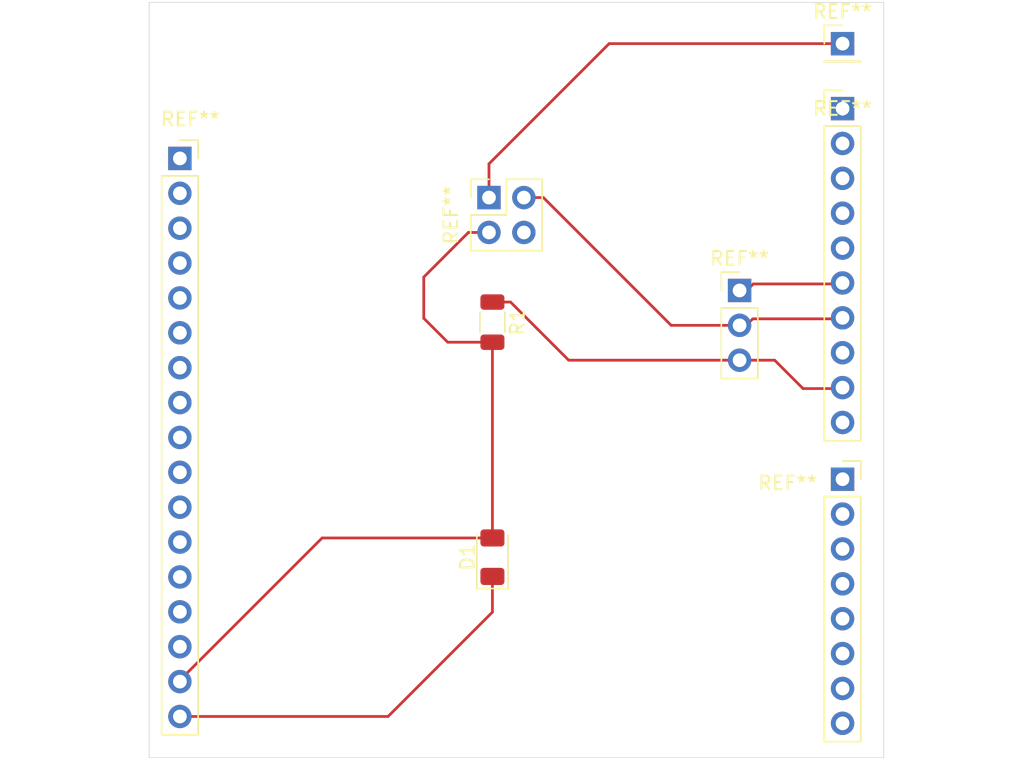
<source format=kicad_pcb>
(kicad_pcb (version 20240108) (generator "pcbnew") (generator_version "8.0")
  (layers (0 "F.Cu" signal) (31 "B.Cu" signal) (34 "B.Paste" user) (35 "F.Paste" user) (36 "B.SilkS" user "B.Silkscreen") (37 "F.SilkS" user "F.Silkscreen") (38 "B.Mask" user) (39 "F.Mask" user) (44 "Edge.Cuts" user))
  (net 0 "")
  (net 1 "ADC")
  (net 2 "GND")
  (net 3 "INPUT")
  (net 4 "DAC_OUT")
  (net 5 "OPAMP_IN")
  (footprint "Connector_PinHeader_2.54mm:PinHeader_1x01_P2.54mm_Vertical" (layer "F.Cu") (at 153 51)
    (property "Reference" "REF**" (at 0 -2.33 0) (layer "F.SilkS"))
    (property "Value" "PinHeader_1x01_P2.54mm_Vertical")
    (fp_line (start -1.33 -1.33) (end 0 -1.33) (stroke (width 0.12)) (layer "F.SilkS"))
    (fp_line (start -1.33 0) (end -1.33 -1.33) (stroke (width 0.12)) (layer "F.SilkS"))
    (fp_line (start -1.33 1.27) (end -1.33 1.33) (stroke (width 0.12)) (layer "F.SilkS"))
    (fp_line (start -1.33 1.27) (end 1.33 1.27) (stroke (width 0.12)) (layer "F.SilkS"))
    (fp_line (start -1.33 1.33) (end 1.33 1.33) (stroke (width 0.12)) (layer "F.SilkS"))
    (fp_line (start 1.33 1.27) (end 1.33 1.33) (stroke (width 0.12)) (layer "F.SilkS"))
    (pad "1" thru_hole rect (at 0 0) (size 1.7 1.7) (drill 1) (layers "*.Cu" "*.Mask") (net 4 "DAC_OUT"))
  )
  (footprint "Connector_PinHeader_2.54mm:PinHeader_1x10_P2.54mm_Vertical" (layer "F.Cu") (at 153 55.73)
    (property "Reference" "REF**" (at 0 0 0) (layer "F.SilkS"))
    (property "Value" "PinHeader_1x10_P2.54mm_Vertical")
    (fp_line (start -1.33 -1.33) (end 0 -1.33) (stroke (width 0.12)) (layer "F.SilkS"))
    (fp_line (start -1.33 0) (end -1.33 -1.33) (stroke (width 0.12)) (layer "F.SilkS"))
    (fp_line (start -1.33 1.27) (end -1.33 24.19) (stroke (width 0.12)) (layer "F.SilkS"))
    (fp_line (start -1.33 1.27) (end 1.33 1.27) (stroke (width 0.12)) (layer "F.SilkS"))
    (fp_line (start -1.33 24.19) (end 1.33 24.19) (stroke (width 0.12)) (layer "F.SilkS"))
    (fp_line (start 1.33 1.27) (end 1.33 24.19) (stroke (width 0.12)) (layer "F.SilkS"))
    (pad "1" thru_hole rect (at 0 0) (size 1.7 1.7) (drill 1) (layers "*.Cu" "*.Mask"))
    (pad "2" thru_hole oval (at 0 2.54) (size 1.7 1.7) (drill 1) (layers "*.Cu" "*.Mask"))
    (pad "3" thru_hole oval (at 0 5.08) (size 1.7 1.7) (drill 1) (layers "*.Cu" "*.Mask"))
    (pad "4" thru_hole oval (at 0 7.62) (size 1.7 1.7) (drill 1) (layers "*.Cu" "*.Mask"))
    (pad "5" thru_hole oval (at 0 10.16) (size 1.7 1.7) (drill 1) (layers "*.Cu" "*.Mask"))
    (pad "6" thru_hole oval (at 0 12.7) (size 1.7 1.7) (drill 1) (layers "*.Cu" "*.Mask") (net 3 "INPUT"))
    (pad "7" thru_hole oval (at 0 15.24) (size 1.7 1.7) (drill 1) (layers "*.Cu" "*.Mask") (net 5 "OPAMP_IN"))
    (pad "8" thru_hole oval (at 0 17.78) (size 1.7 1.7) (drill 1) (layers "*.Cu" "*.Mask"))
    (pad "9" thru_hole oval (at 0 20.32) (size 1.7 1.7) (drill 1) (layers "*.Cu" "*.Mask") (net 3 "INPUT"))
    (pad "10" thru_hole oval (at 0 22.86) (size 1.7 1.7) (drill 1) (layers "*.Cu" "*.Mask"))
  )
  (footprint "Diode_SMD:D_1206_3216Metric" (layer "F.Cu") (at 127.5 88.4 90)
    (property "Reference" "D1" (at 0 -1.82 90) (layer "F.SilkS"))
    (property "Value" "D")
    (fp_line (start 1.6 -1.135) (end -2.285 -1.135) (stroke (width 0.12)) (layer "F.SilkS"))
    (fp_line (start -2.285 -1.135) (end -2.285 1.135) (stroke (width 0.12)) (layer "F.SilkS"))
    (fp_line (start -2.285 1.135) (end 1.6 1.135) (stroke (width 0.12)) (layer "F.SilkS"))
    (pad "1" smd roundrect (at -1.4 0 90) (size 1.25 1.75) (layers "F.Cu" "F.Paste" "F.Mask") (roundrect_rratio 0.2) (net 2 "GND"))
    (pad "2" smd roundrect (at 1.4 0 90) (size 1.25 1.75) (layers "F.Cu" "F.Paste" "F.Mask") (roundrect_rratio 0.2) (net 1 "ADC"))
  )
  (footprint "Connector_PinHeader_2.54mm:PinHeader_1x03_P2.54mm_Vertical" (layer "F.Cu") (at 145.5 68.975)
    (property "Reference" "REF**" (at 0 -2.33 0) (layer "F.SilkS"))
    (property "Value" "PinHeader_1x03_P2.54mm_Vertical")
    (fp_line (start -1.33 -1.33) (end 0 -1.33) (stroke (width 0.12)) (layer "F.SilkS"))
    (fp_line (start -1.33 0) (end -1.33 -1.33) (stroke (width 0.12)) (layer "F.SilkS"))
    (fp_line (start -1.33 1.27) (end -1.33 6.41) (stroke (width 0.12)) (layer "F.SilkS"))
    (fp_line (start -1.33 1.27) (end 1.33 1.27) (stroke (width 0.12)) (layer "F.SilkS"))
    (fp_line (start -1.33 6.41) (end 1.33 6.41) (stroke (width 0.12)) (layer "F.SilkS"))
    (fp_line (start 1.33 1.27) (end 1.33 6.41) (stroke (width 0.12)) (layer "F.SilkS"))
    (pad "1" thru_hole rect (at 0 0) (size 1.7 1.7) (drill 1) (layers "*.Cu" "*.Mask") (net 3 "INPUT"))
    (pad "2" thru_hole oval (at 0 2.54) (size 1.7 1.7) (drill 1) (layers "*.Cu" "*.Mask") (net 5 "OPAMP_IN"))
    (pad "3" thru_hole oval (at 0 5.08) (size 1.7 1.7) (drill 1) (layers "*.Cu" "*.Mask") (net 3 "INPUT"))
  )
  (footprint "Connector_PinSocket_2.54mm:PinSocket_1x08_P2.54mm_Vertical" (layer "F.Cu") (at 153 82.72)
    (property "Reference" "REF**" (at -4 0.28 0) (layer "F.SilkS"))
    (property "Value" "PinSocket_1x08_P2.54mm_Vertical" (hide yes))
    (fp_line (start -1.33 1.27) (end -1.33 19.11) (stroke (width 0.12)) (layer "F.SilkS"))
    (fp_line (start -1.33 1.27) (end 1.33 1.27) (stroke (width 0.12)) (layer "F.SilkS"))
    (fp_line (start -1.33 19.11) (end 1.33 19.11) (stroke (width 0.12)) (layer "F.SilkS"))
    (fp_line (start 0 -1.33) (end 1.33 -1.33) (stroke (width 0.12)) (layer "F.SilkS"))
    (fp_line (start 1.33 -1.33) (end 1.33 0) (stroke (width 0.12)) (layer "F.SilkS"))
    (fp_line (start 1.33 1.27) (end 1.33 19.11) (stroke (width 0.12)) (layer "F.SilkS"))
    (pad "1" thru_hole rect (at 0 0) (size 1.7 1.7) (drill 1) (layers "*.Cu" "*.Mask"))
    (pad "2" thru_hole oval (at 0 2.54) (size 1.7 1.7) (drill 1) (layers "*.Cu" "*.Mask"))
    (pad "3" thru_hole oval (at 0 5.08) (size 1.7 1.7) (drill 1) (layers "*.Cu" "*.Mask"))
    (pad "4" thru_hole oval (at 0 7.62) (size 1.7 1.7) (drill 1) (layers "*.Cu" "*.Mask"))
    (pad "5" thru_hole oval (at 0 10.16) (size 1.7 1.7) (drill 1) (layers "*.Cu" "*.Mask"))
    (pad "6" thru_hole oval (at 0 12.7) (size 1.7 1.7) (drill 1) (layers "*.Cu" "*.Mask"))
    (pad "7" thru_hole oval (at 0 15.24) (size 1.7 1.7) (drill 1) (layers "*.Cu" "*.Mask"))
    (pad "8" thru_hole oval (at 0 17.78) (size 1.7 1.7) (drill 1) (layers "*.Cu" "*.Mask"))
  )
  (footprint "Resistor_SMD:R_1206_3216Metric" (layer "F.Cu") (at 127.5 71.2825 -90)
    (property "Reference" "R1" (at 0 -1.82 90) (layer "F.SilkS"))
    (property "Value" "100")
    (fp_line (start -0.727064 0.91) (end 0.727064 0.91) (stroke (width 0.12)) (layer "F.SilkS"))
    (fp_line (start -0.727064 -0.91) (end 0.727064 -0.91) (stroke (width 0.12)) (layer "F.SilkS"))
    (pad "1" smd roundrect (at -1.4625 0 270) (size 1.125 1.75) (layers "F.Cu" "F.Paste" "F.Mask") (roundrect_rratio 0.222222) (net 3 "INPUT"))
    (pad "2" smd roundrect (at 1.4625 0 270) (size 1.125 1.75) (layers "F.Cu" "F.Paste" "F.Mask") (roundrect_rratio 0.222222) (net 1 "ADC"))
  )
  (footprint "Connector_PinSocket_2.54mm:PinSocket_2x02_P2.54mm_Vertical" (layer "F.Cu") (at 127.25 62.21 90)
    (property "Reference" "REF**" (at -1.27 -2.77 90) (layer "F.SilkS"))
    (property "Value" "PinSocket_2x02_P2.54mm_Vertical" (hide yes))
    (fp_line (start 1.33 -1.33) (end 1.33 0) (stroke (width 0.12)) (layer "F.SilkS"))
    (fp_line (start 0 -1.33) (end 1.33 -1.33) (stroke (width 0.12)) (layer "F.SilkS"))
    (fp_line (start -1.27 -1.33) (end -1.27 1.27) (stroke (width 0.12)) (layer "F.SilkS"))
    (fp_line (start -3.87 -1.33) (end -1.27 -1.33) (stroke (width 0.12)) (layer "F.SilkS"))
    (fp_line (start -3.87 -1.33) (end -3.87 3.87) (stroke (width 0.12)) (layer "F.SilkS"))
    (fp_line (start 1.33 1.27) (end 1.33 3.87) (stroke (width 0.12)) (layer "F.SilkS"))
    (fp_line (start -1.27 1.27) (end 1.33 1.27) (stroke (width 0.12)) (layer "F.SilkS"))
    (fp_line (start -3.87 3.87) (end 1.33 3.87) (stroke (width 0.12)) (layer "F.SilkS"))
    (pad "1" thru_hole rect (at 0 0 90) (size 1.7 1.7) (drill 1) (layers "*.Cu" "*.Mask") (net 4 "DAC_OUT"))
    (pad "2" thru_hole oval (at -2.54 0 90) (size 1.7 1.7) (drill 1) (layers "*.Cu" "*.Mask") (net 1 "ADC"))
    (pad "3" thru_hole oval (at 0 2.54 90) (size 1.7 1.7) (drill 1) (layers "*.Cu" "*.Mask") (net 5 "OPAMP_IN"))
    (pad "4" thru_hole oval (at -2.54 2.54 90) (size 1.7 1.7) (drill 1) (layers "*.Cu" "*.Mask"))
  )
  (footprint "Connector_PinSocket_2.54mm:PinSocket_1x17_P2.54mm_Vertical" (layer "F.Cu") (at 104.74 59.36)
    (property "Reference" "REF**" (at 0.76 -2.86 0) (layer "F.SilkS"))
    (property "Value" "PinSocket_1x17_P2.54mm_Vertical")
    (fp_line (start -1.33 1.27) (end -1.33 41.97) (stroke (width 0.12)) (layer "F.SilkS"))
    (fp_line (start -1.33 1.27) (end 1.33 1.27) (stroke (width 0.12)) (layer "F.SilkS"))
    (fp_line (start -1.33 41.97) (end 1.33 41.97) (stroke (width 0.12)) (layer "F.SilkS"))
    (fp_line (start 0 -1.33) (end 1.33 -1.33) (stroke (width 0.12)) (layer "F.SilkS"))
    (fp_line (start 1.33 -1.33) (end 1.33 0) (stroke (width 0.12)) (layer "F.SilkS"))
    (fp_line (start 1.33 1.27) (end 1.33 41.97) (stroke (width 0.12)) (layer "F.SilkS"))
    (pad "1" thru_hole rect (at 0 0) (size 1.7 1.7) (drill 1) (layers "*.Cu" "*.Mask"))
    (pad "2" thru_hole oval (at 0 2.54) (size 1.7 1.7) (drill 1) (layers "*.Cu" "*.Mask"))
    (pad "3" thru_hole oval (at 0 5.08) (size 1.7 1.7) (drill 1) (layers "*.Cu" "*.Mask"))
    (pad "4" thru_hole oval (at 0 7.62) (size 1.7 1.7) (drill 1) (layers "*.Cu" "*.Mask"))
    (pad "5" thru_hole oval (at 0 10.16) (size 1.7 1.7) (drill 1) (layers "*.Cu" "*.Mask"))
    (pad "6" thru_hole oval (at 0 12.7) (size 1.7 1.7) (drill 1) (layers "*.Cu" "*.Mask"))
    (pad "7" thru_hole oval (at 0 15.24) (size 1.7 1.7) (drill 1) (layers "*.Cu" "*.Mask"))
    (pad "8" thru_hole oval (at 0 17.78) (size 1.7 1.7) (drill 1) (layers "*.Cu" "*.Mask"))
    (pad "9" thru_hole oval (at 0 20.32) (size 1.7 1.7) (drill 1) (layers "*.Cu" "*.Mask"))
    (pad "10" thru_hole oval (at 0 22.86) (size 1.7 1.7) (drill 1) (layers "*.Cu" "*.Mask"))
    (pad "11" thru_hole oval (at 0 25.4) (size 1.7 1.7) (drill 1) (layers "*.Cu" "*.Mask"))
    (pad "12" thru_hole oval (at 0 27.94) (size 1.7 1.7) (drill 1) (layers "*.Cu" "*.Mask"))
    (pad "13" thru_hole oval (at 0 30.48) (size 1.7 1.7) (drill 1) (layers "*.Cu" "*.Mask"))
    (pad "14" thru_hole oval (at 0 33.02) (size 1.7 1.7) (drill 1) (layers "*.Cu" "*.Mask"))
    (pad "15" thru_hole oval (at 0 35.56) (size 1.7 1.7) (drill 1) (layers "*.Cu" "*.Mask"))
    (pad "16" thru_hole oval (at 0 38.1) (size 1.7 1.7) (drill 1) (layers "*.Cu" "*.Mask") (net 1 "ADC"))
    (pad "17" thru_hole oval (at 0 40.64) (size 1.7 1.7) (drill 1) (layers "*.Cu" "*.Mask") (net 2 "GND"))
  )
  (gr_rect (start 102.5 48) (end 156 103) (stroke (width 0.05)) (fill none) (layer "Edge.Cuts"))
  (segment (start 122.5 71) (end 122.5 68) (width 0.2) (layer "F.Cu") (net 1))
  (segment (start 125.75 64.75) (end 127.25 64.75) (width 0.2) (layer "F.Cu") (net 1))
  (segment (start 124.245 72.745) (end 122.5 71) (width 0.2) (layer "F.Cu") (net 1))
  (segment (start 127.5 87) (end 115.1 87) (width 0.2) (layer "F.Cu") (net 1))
  (segment (start 127.4625 72.745) (end 127.5 72.7825) (width 0.2) (layer "F.Cu") (net 1))
  (segment (start 104.74 97.36) (end 104.74 97.46) (width 0.2) (layer "F.Cu") (net 1))
  (segment (start 115.1 87) (end 104.74 97.36) (width 0.2) (layer "F.Cu") (net 1))
  (segment (start 127.5 72.745) (end 127.5 87) (width 0.2) (layer "F.Cu") (net 1))
  (segment (start 127.5 72.745) (end 124.245 72.745) (width 0.2) (layer "F.Cu") (net 1))
  (segment (start 122.5 68) (end 125.75 64.75) (width 0.2) (layer "F.Cu") (net 1))
  (segment (start 127.5 92.4) (end 127.5 89.8) (width 0.2) (layer "F.Cu") (net 2))
  (segment (start 119.9 100) (end 127.5 92.4) (width 0.2) (layer "F.Cu") (net 2))
  (segment (start 104.74 100) (end 119.9 100) (width 0.2) (layer "F.Cu") (net 2))
  (segment (start 133.055 74.055) (end 128.82 69.82) (width 0.2) (layer "F.Cu") (net 3))
  (segment (start 148.055 74.055) (end 150.12 76.12) (width 0.2) (layer "F.Cu") (net 3))
  (segment (start 146.025 68.975) (end 146.5 68.5) (width 0.2) (layer "F.Cu") (net 3))
  (segment (start 146.5 68.5) (end 153 68.5) (width 0.2) (layer "F.Cu") (net 3))
  (segment (start 145.5 68.975) (end 146.025 68.975) (width 0.2) (layer "F.Cu") (net 3))
  (segment (start 150.12 76.12) (end 153 76.12) (width 0.2) (layer "F.Cu") (net 3))
  (segment (start 145.5 74.055) (end 133.055 74.055) (width 0.2) (layer "F.Cu") (net 3))
  (segment (start 145.5 74.055) (end 148.055 74.055) (width 0.2) (layer "F.Cu") (net 3))
  (segment (start 127.5 69.82) (end 128.82 69.82) (width 0.2) (layer "F.Cu") (net 3))
  (via (at 153 68.5) (size 0.6) (drill 0.3) (layers "F.Cu" "B.Cu") (net 3))
  (via (at 145.5 74.055) (size 0.6) (drill 0.3) (layers "F.Cu" "B.Cu") (net 3))
  (via (at 153 76.12) (size 0.6) (drill 0.3) (layers "F.Cu" "B.Cu") (net 3))
  (via (at 145.5 68.975) (size 0.6) (drill 0.3) (layers "F.Cu" "B.Cu") (net 3))
  (segment (start 136 51) (end 127.25 59.75) (width 0.2) (layer "F.Cu") (net 4))
  (segment (start 153 51) (end 136 51) (width 0.2) (layer "F.Cu") (net 4))
  (segment (start 127.25 59.75) (end 127.25 62.21) (width 0.2) (layer "F.Cu") (net 4))
  (via (at 153 51) (size 0.6) (drill 0.3) (layers "F.Cu" "B.Cu") (net 4))
  (segment (start 146.46 71.04) (end 152.93 71.04) (width 0.2) (layer "F.Cu") (net 5))
  (segment (start 152.93 71.04) (end 153 70.97) (width 0.2) (layer "F.Cu") (net 5))
  (segment (start 131.21 62.21) (end 129.79 62.21) (width 0.2) (layer "F.Cu") (net 5))
  (segment (start 153 70.97) (end 153 71.04) (width 0.2) (layer "F.Cu") (net 5))
  (segment (start 140.515 71.515) (end 131.21 62.21) (width 0.2) (layer "F.Cu") (net 5))
  (segment (start 145.5 71.515) (end 145.985 71.515) (width 0.2) (layer "F.Cu") (net 5))
  (segment (start 145.985 71.515) (end 146.46 71.04) (width 0.2) (layer "F.Cu") (net 5))
  (segment (start 145.5 71.515) (end 140.515 71.515) (width 0.2) (layer "F.Cu") (net 5))
  (via (at 145.5 71.515) (size 0.6) (drill 0.3) (layers "F.Cu" "B.Cu") (net 5))
  (via (at 153 70.97) (size 0.6) (drill 0.3) (layers "F.Cu" "B.Cu") (net 5))
)
</source>
